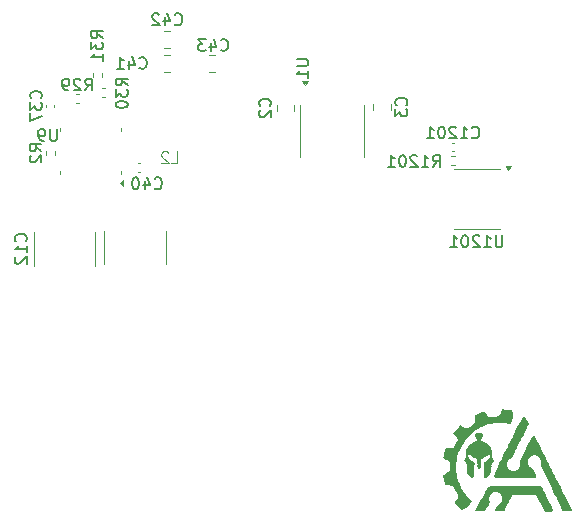
<source format=gbr>
%TF.GenerationSoftware,KiCad,Pcbnew,8.0.7*%
%TF.CreationDate,2025-01-22T21:35:01+01:00*%
%TF.ProjectId,Inverter_KiCAD,496e7665-7274-4657-925f-4b694341442e,rev?*%
%TF.SameCoordinates,Original*%
%TF.FileFunction,Legend,Bot*%
%TF.FilePolarity,Positive*%
%FSLAX46Y46*%
G04 Gerber Fmt 4.6, Leading zero omitted, Abs format (unit mm)*
G04 Created by KiCad (PCBNEW 8.0.7) date 2025-01-22 21:35:01*
%MOMM*%
%LPD*%
G01*
G04 APERTURE LIST*
%ADD10C,0.100000*%
%ADD11C,0.150000*%
%ADD12C,0.000000*%
%ADD13C,0.120000*%
G04 APERTURE END LIST*
D10*
X162266666Y-116257419D02*
X162742856Y-116257419D01*
X162742856Y-116257419D02*
X162742856Y-115257419D01*
X161980951Y-115352657D02*
X161933332Y-115305038D01*
X161933332Y-115305038D02*
X161838094Y-115257419D01*
X161838094Y-115257419D02*
X161599999Y-115257419D01*
X161599999Y-115257419D02*
X161504761Y-115305038D01*
X161504761Y-115305038D02*
X161457142Y-115352657D01*
X161457142Y-115352657D02*
X161409523Y-115447895D01*
X161409523Y-115447895D02*
X161409523Y-115543133D01*
X161409523Y-115543133D02*
X161457142Y-115685990D01*
X161457142Y-115685990D02*
X162028570Y-116257419D01*
X162028570Y-116257419D02*
X161409523Y-116257419D01*
D11*
X149909580Y-122857142D02*
X149957200Y-122809523D01*
X149957200Y-122809523D02*
X150004819Y-122666666D01*
X150004819Y-122666666D02*
X150004819Y-122571428D01*
X150004819Y-122571428D02*
X149957200Y-122428571D01*
X149957200Y-122428571D02*
X149861961Y-122333333D01*
X149861961Y-122333333D02*
X149766723Y-122285714D01*
X149766723Y-122285714D02*
X149576247Y-122238095D01*
X149576247Y-122238095D02*
X149433390Y-122238095D01*
X149433390Y-122238095D02*
X149242914Y-122285714D01*
X149242914Y-122285714D02*
X149147676Y-122333333D01*
X149147676Y-122333333D02*
X149052438Y-122428571D01*
X149052438Y-122428571D02*
X149004819Y-122571428D01*
X149004819Y-122571428D02*
X149004819Y-122666666D01*
X149004819Y-122666666D02*
X149052438Y-122809523D01*
X149052438Y-122809523D02*
X149100057Y-122857142D01*
X150004819Y-123809523D02*
X150004819Y-123238095D01*
X150004819Y-123523809D02*
X149004819Y-123523809D01*
X149004819Y-123523809D02*
X149147676Y-123428571D01*
X149147676Y-123428571D02*
X149242914Y-123333333D01*
X149242914Y-123333333D02*
X149290533Y-123238095D01*
X149100057Y-124190476D02*
X149052438Y-124238095D01*
X149052438Y-124238095D02*
X149004819Y-124333333D01*
X149004819Y-124333333D02*
X149004819Y-124571428D01*
X149004819Y-124571428D02*
X149052438Y-124666666D01*
X149052438Y-124666666D02*
X149100057Y-124714285D01*
X149100057Y-124714285D02*
X149195295Y-124761904D01*
X149195295Y-124761904D02*
X149290533Y-124761904D01*
X149290533Y-124761904D02*
X149433390Y-124714285D01*
X149433390Y-124714285D02*
X150004819Y-124142857D01*
X150004819Y-124142857D02*
X150004819Y-124761904D01*
X154942857Y-110084819D02*
X155276190Y-109608628D01*
X155514285Y-110084819D02*
X155514285Y-109084819D01*
X155514285Y-109084819D02*
X155133333Y-109084819D01*
X155133333Y-109084819D02*
X155038095Y-109132438D01*
X155038095Y-109132438D02*
X154990476Y-109180057D01*
X154990476Y-109180057D02*
X154942857Y-109275295D01*
X154942857Y-109275295D02*
X154942857Y-109418152D01*
X154942857Y-109418152D02*
X154990476Y-109513390D01*
X154990476Y-109513390D02*
X155038095Y-109561009D01*
X155038095Y-109561009D02*
X155133333Y-109608628D01*
X155133333Y-109608628D02*
X155514285Y-109608628D01*
X154561904Y-109180057D02*
X154514285Y-109132438D01*
X154514285Y-109132438D02*
X154419047Y-109084819D01*
X154419047Y-109084819D02*
X154180952Y-109084819D01*
X154180952Y-109084819D02*
X154085714Y-109132438D01*
X154085714Y-109132438D02*
X154038095Y-109180057D01*
X154038095Y-109180057D02*
X153990476Y-109275295D01*
X153990476Y-109275295D02*
X153990476Y-109370533D01*
X153990476Y-109370533D02*
X154038095Y-109513390D01*
X154038095Y-109513390D02*
X154609523Y-110084819D01*
X154609523Y-110084819D02*
X153990476Y-110084819D01*
X153514285Y-110084819D02*
X153323809Y-110084819D01*
X153323809Y-110084819D02*
X153228571Y-110037200D01*
X153228571Y-110037200D02*
X153180952Y-109989580D01*
X153180952Y-109989580D02*
X153085714Y-109846723D01*
X153085714Y-109846723D02*
X153038095Y-109656247D01*
X153038095Y-109656247D02*
X153038095Y-109275295D01*
X153038095Y-109275295D02*
X153085714Y-109180057D01*
X153085714Y-109180057D02*
X153133333Y-109132438D01*
X153133333Y-109132438D02*
X153228571Y-109084819D01*
X153228571Y-109084819D02*
X153419047Y-109084819D01*
X153419047Y-109084819D02*
X153514285Y-109132438D01*
X153514285Y-109132438D02*
X153561904Y-109180057D01*
X153561904Y-109180057D02*
X153609523Y-109275295D01*
X153609523Y-109275295D02*
X153609523Y-109513390D01*
X153609523Y-109513390D02*
X153561904Y-109608628D01*
X153561904Y-109608628D02*
X153514285Y-109656247D01*
X153514285Y-109656247D02*
X153419047Y-109703866D01*
X153419047Y-109703866D02*
X153228571Y-109703866D01*
X153228571Y-109703866D02*
X153133333Y-109656247D01*
X153133333Y-109656247D02*
X153085714Y-109608628D01*
X153085714Y-109608628D02*
X153038095Y-109513390D01*
X151254819Y-115233333D02*
X150778628Y-114900000D01*
X151254819Y-114661905D02*
X150254819Y-114661905D01*
X150254819Y-114661905D02*
X150254819Y-115042857D01*
X150254819Y-115042857D02*
X150302438Y-115138095D01*
X150302438Y-115138095D02*
X150350057Y-115185714D01*
X150350057Y-115185714D02*
X150445295Y-115233333D01*
X150445295Y-115233333D02*
X150588152Y-115233333D01*
X150588152Y-115233333D02*
X150683390Y-115185714D01*
X150683390Y-115185714D02*
X150731009Y-115138095D01*
X150731009Y-115138095D02*
X150778628Y-115042857D01*
X150778628Y-115042857D02*
X150778628Y-114661905D01*
X150350057Y-115614286D02*
X150302438Y-115661905D01*
X150302438Y-115661905D02*
X150254819Y-115757143D01*
X150254819Y-115757143D02*
X150254819Y-115995238D01*
X150254819Y-115995238D02*
X150302438Y-116090476D01*
X150302438Y-116090476D02*
X150350057Y-116138095D01*
X150350057Y-116138095D02*
X150445295Y-116185714D01*
X150445295Y-116185714D02*
X150540533Y-116185714D01*
X150540533Y-116185714D02*
X150683390Y-116138095D01*
X150683390Y-116138095D02*
X151254819Y-115566667D01*
X151254819Y-115566667D02*
X151254819Y-116185714D01*
X152561904Y-113354819D02*
X152561904Y-114164342D01*
X152561904Y-114164342D02*
X152514285Y-114259580D01*
X152514285Y-114259580D02*
X152466666Y-114307200D01*
X152466666Y-114307200D02*
X152371428Y-114354819D01*
X152371428Y-114354819D02*
X152180952Y-114354819D01*
X152180952Y-114354819D02*
X152085714Y-114307200D01*
X152085714Y-114307200D02*
X152038095Y-114259580D01*
X152038095Y-114259580D02*
X151990476Y-114164342D01*
X151990476Y-114164342D02*
X151990476Y-113354819D01*
X151466666Y-114354819D02*
X151276190Y-114354819D01*
X151276190Y-114354819D02*
X151180952Y-114307200D01*
X151180952Y-114307200D02*
X151133333Y-114259580D01*
X151133333Y-114259580D02*
X151038095Y-114116723D01*
X151038095Y-114116723D02*
X150990476Y-113926247D01*
X150990476Y-113926247D02*
X150990476Y-113545295D01*
X150990476Y-113545295D02*
X151038095Y-113450057D01*
X151038095Y-113450057D02*
X151085714Y-113402438D01*
X151085714Y-113402438D02*
X151180952Y-113354819D01*
X151180952Y-113354819D02*
X151371428Y-113354819D01*
X151371428Y-113354819D02*
X151466666Y-113402438D01*
X151466666Y-113402438D02*
X151514285Y-113450057D01*
X151514285Y-113450057D02*
X151561904Y-113545295D01*
X151561904Y-113545295D02*
X151561904Y-113783390D01*
X151561904Y-113783390D02*
X151514285Y-113878628D01*
X151514285Y-113878628D02*
X151466666Y-113926247D01*
X151466666Y-113926247D02*
X151371428Y-113973866D01*
X151371428Y-113973866D02*
X151180952Y-113973866D01*
X151180952Y-113973866D02*
X151085714Y-113926247D01*
X151085714Y-113926247D02*
X151038095Y-113878628D01*
X151038095Y-113878628D02*
X150990476Y-113783390D01*
X158554819Y-109657142D02*
X158078628Y-109323809D01*
X158554819Y-109085714D02*
X157554819Y-109085714D01*
X157554819Y-109085714D02*
X157554819Y-109466666D01*
X157554819Y-109466666D02*
X157602438Y-109561904D01*
X157602438Y-109561904D02*
X157650057Y-109609523D01*
X157650057Y-109609523D02*
X157745295Y-109657142D01*
X157745295Y-109657142D02*
X157888152Y-109657142D01*
X157888152Y-109657142D02*
X157983390Y-109609523D01*
X157983390Y-109609523D02*
X158031009Y-109561904D01*
X158031009Y-109561904D02*
X158078628Y-109466666D01*
X158078628Y-109466666D02*
X158078628Y-109085714D01*
X157554819Y-109990476D02*
X157554819Y-110609523D01*
X157554819Y-110609523D02*
X157935771Y-110276190D01*
X157935771Y-110276190D02*
X157935771Y-110419047D01*
X157935771Y-110419047D02*
X157983390Y-110514285D01*
X157983390Y-110514285D02*
X158031009Y-110561904D01*
X158031009Y-110561904D02*
X158126247Y-110609523D01*
X158126247Y-110609523D02*
X158364342Y-110609523D01*
X158364342Y-110609523D02*
X158459580Y-110561904D01*
X158459580Y-110561904D02*
X158507200Y-110514285D01*
X158507200Y-110514285D02*
X158554819Y-110419047D01*
X158554819Y-110419047D02*
X158554819Y-110133333D01*
X158554819Y-110133333D02*
X158507200Y-110038095D01*
X158507200Y-110038095D02*
X158459580Y-109990476D01*
X157554819Y-111228571D02*
X157554819Y-111323809D01*
X157554819Y-111323809D02*
X157602438Y-111419047D01*
X157602438Y-111419047D02*
X157650057Y-111466666D01*
X157650057Y-111466666D02*
X157745295Y-111514285D01*
X157745295Y-111514285D02*
X157935771Y-111561904D01*
X157935771Y-111561904D02*
X158173866Y-111561904D01*
X158173866Y-111561904D02*
X158364342Y-111514285D01*
X158364342Y-111514285D02*
X158459580Y-111466666D01*
X158459580Y-111466666D02*
X158507200Y-111419047D01*
X158507200Y-111419047D02*
X158554819Y-111323809D01*
X158554819Y-111323809D02*
X158554819Y-111228571D01*
X158554819Y-111228571D02*
X158507200Y-111133333D01*
X158507200Y-111133333D02*
X158459580Y-111085714D01*
X158459580Y-111085714D02*
X158364342Y-111038095D01*
X158364342Y-111038095D02*
X158173866Y-110990476D01*
X158173866Y-110990476D02*
X157935771Y-110990476D01*
X157935771Y-110990476D02*
X157745295Y-111038095D01*
X157745295Y-111038095D02*
X157650057Y-111085714D01*
X157650057Y-111085714D02*
X157602438Y-111133333D01*
X157602438Y-111133333D02*
X157554819Y-111228571D01*
X160842857Y-118359580D02*
X160890476Y-118407200D01*
X160890476Y-118407200D02*
X161033333Y-118454819D01*
X161033333Y-118454819D02*
X161128571Y-118454819D01*
X161128571Y-118454819D02*
X161271428Y-118407200D01*
X161271428Y-118407200D02*
X161366666Y-118311961D01*
X161366666Y-118311961D02*
X161414285Y-118216723D01*
X161414285Y-118216723D02*
X161461904Y-118026247D01*
X161461904Y-118026247D02*
X161461904Y-117883390D01*
X161461904Y-117883390D02*
X161414285Y-117692914D01*
X161414285Y-117692914D02*
X161366666Y-117597676D01*
X161366666Y-117597676D02*
X161271428Y-117502438D01*
X161271428Y-117502438D02*
X161128571Y-117454819D01*
X161128571Y-117454819D02*
X161033333Y-117454819D01*
X161033333Y-117454819D02*
X160890476Y-117502438D01*
X160890476Y-117502438D02*
X160842857Y-117550057D01*
X159985714Y-117788152D02*
X159985714Y-118454819D01*
X160223809Y-117407200D02*
X160461904Y-118121485D01*
X160461904Y-118121485D02*
X159842857Y-118121485D01*
X159271428Y-117454819D02*
X159176190Y-117454819D01*
X159176190Y-117454819D02*
X159080952Y-117502438D01*
X159080952Y-117502438D02*
X159033333Y-117550057D01*
X159033333Y-117550057D02*
X158985714Y-117645295D01*
X158985714Y-117645295D02*
X158938095Y-117835771D01*
X158938095Y-117835771D02*
X158938095Y-118073866D01*
X158938095Y-118073866D02*
X158985714Y-118264342D01*
X158985714Y-118264342D02*
X159033333Y-118359580D01*
X159033333Y-118359580D02*
X159080952Y-118407200D01*
X159080952Y-118407200D02*
X159176190Y-118454819D01*
X159176190Y-118454819D02*
X159271428Y-118454819D01*
X159271428Y-118454819D02*
X159366666Y-118407200D01*
X159366666Y-118407200D02*
X159414285Y-118359580D01*
X159414285Y-118359580D02*
X159461904Y-118264342D01*
X159461904Y-118264342D02*
X159509523Y-118073866D01*
X159509523Y-118073866D02*
X159509523Y-117835771D01*
X159509523Y-117835771D02*
X159461904Y-117645295D01*
X159461904Y-117645295D02*
X159414285Y-117550057D01*
X159414285Y-117550057D02*
X159366666Y-117502438D01*
X159366666Y-117502438D02*
X159271428Y-117454819D01*
X166442857Y-106659580D02*
X166490476Y-106707200D01*
X166490476Y-106707200D02*
X166633333Y-106754819D01*
X166633333Y-106754819D02*
X166728571Y-106754819D01*
X166728571Y-106754819D02*
X166871428Y-106707200D01*
X166871428Y-106707200D02*
X166966666Y-106611961D01*
X166966666Y-106611961D02*
X167014285Y-106516723D01*
X167014285Y-106516723D02*
X167061904Y-106326247D01*
X167061904Y-106326247D02*
X167061904Y-106183390D01*
X167061904Y-106183390D02*
X167014285Y-105992914D01*
X167014285Y-105992914D02*
X166966666Y-105897676D01*
X166966666Y-105897676D02*
X166871428Y-105802438D01*
X166871428Y-105802438D02*
X166728571Y-105754819D01*
X166728571Y-105754819D02*
X166633333Y-105754819D01*
X166633333Y-105754819D02*
X166490476Y-105802438D01*
X166490476Y-105802438D02*
X166442857Y-105850057D01*
X165585714Y-106088152D02*
X165585714Y-106754819D01*
X165823809Y-105707200D02*
X166061904Y-106421485D01*
X166061904Y-106421485D02*
X165442857Y-106421485D01*
X165157142Y-105754819D02*
X164538095Y-105754819D01*
X164538095Y-105754819D02*
X164871428Y-106135771D01*
X164871428Y-106135771D02*
X164728571Y-106135771D01*
X164728571Y-106135771D02*
X164633333Y-106183390D01*
X164633333Y-106183390D02*
X164585714Y-106231009D01*
X164585714Y-106231009D02*
X164538095Y-106326247D01*
X164538095Y-106326247D02*
X164538095Y-106564342D01*
X164538095Y-106564342D02*
X164585714Y-106659580D01*
X164585714Y-106659580D02*
X164633333Y-106707200D01*
X164633333Y-106707200D02*
X164728571Y-106754819D01*
X164728571Y-106754819D02*
X165014285Y-106754819D01*
X165014285Y-106754819D02*
X165109523Y-106707200D01*
X165109523Y-106707200D02*
X165157142Y-106659580D01*
X156454819Y-105657142D02*
X155978628Y-105323809D01*
X156454819Y-105085714D02*
X155454819Y-105085714D01*
X155454819Y-105085714D02*
X155454819Y-105466666D01*
X155454819Y-105466666D02*
X155502438Y-105561904D01*
X155502438Y-105561904D02*
X155550057Y-105609523D01*
X155550057Y-105609523D02*
X155645295Y-105657142D01*
X155645295Y-105657142D02*
X155788152Y-105657142D01*
X155788152Y-105657142D02*
X155883390Y-105609523D01*
X155883390Y-105609523D02*
X155931009Y-105561904D01*
X155931009Y-105561904D02*
X155978628Y-105466666D01*
X155978628Y-105466666D02*
X155978628Y-105085714D01*
X155454819Y-105990476D02*
X155454819Y-106609523D01*
X155454819Y-106609523D02*
X155835771Y-106276190D01*
X155835771Y-106276190D02*
X155835771Y-106419047D01*
X155835771Y-106419047D02*
X155883390Y-106514285D01*
X155883390Y-106514285D02*
X155931009Y-106561904D01*
X155931009Y-106561904D02*
X156026247Y-106609523D01*
X156026247Y-106609523D02*
X156264342Y-106609523D01*
X156264342Y-106609523D02*
X156359580Y-106561904D01*
X156359580Y-106561904D02*
X156407200Y-106514285D01*
X156407200Y-106514285D02*
X156454819Y-106419047D01*
X156454819Y-106419047D02*
X156454819Y-106133333D01*
X156454819Y-106133333D02*
X156407200Y-106038095D01*
X156407200Y-106038095D02*
X156359580Y-105990476D01*
X156454819Y-107561904D02*
X156454819Y-106990476D01*
X156454819Y-107276190D02*
X155454819Y-107276190D01*
X155454819Y-107276190D02*
X155597676Y-107180952D01*
X155597676Y-107180952D02*
X155692914Y-107085714D01*
X155692914Y-107085714D02*
X155740533Y-106990476D01*
X151199580Y-110757142D02*
X151247200Y-110709523D01*
X151247200Y-110709523D02*
X151294819Y-110566666D01*
X151294819Y-110566666D02*
X151294819Y-110471428D01*
X151294819Y-110471428D02*
X151247200Y-110328571D01*
X151247200Y-110328571D02*
X151151961Y-110233333D01*
X151151961Y-110233333D02*
X151056723Y-110185714D01*
X151056723Y-110185714D02*
X150866247Y-110138095D01*
X150866247Y-110138095D02*
X150723390Y-110138095D01*
X150723390Y-110138095D02*
X150532914Y-110185714D01*
X150532914Y-110185714D02*
X150437676Y-110233333D01*
X150437676Y-110233333D02*
X150342438Y-110328571D01*
X150342438Y-110328571D02*
X150294819Y-110471428D01*
X150294819Y-110471428D02*
X150294819Y-110566666D01*
X150294819Y-110566666D02*
X150342438Y-110709523D01*
X150342438Y-110709523D02*
X150390057Y-110757142D01*
X150294819Y-111090476D02*
X150294819Y-111709523D01*
X150294819Y-111709523D02*
X150675771Y-111376190D01*
X150675771Y-111376190D02*
X150675771Y-111519047D01*
X150675771Y-111519047D02*
X150723390Y-111614285D01*
X150723390Y-111614285D02*
X150771009Y-111661904D01*
X150771009Y-111661904D02*
X150866247Y-111709523D01*
X150866247Y-111709523D02*
X151104342Y-111709523D01*
X151104342Y-111709523D02*
X151199580Y-111661904D01*
X151199580Y-111661904D02*
X151247200Y-111614285D01*
X151247200Y-111614285D02*
X151294819Y-111519047D01*
X151294819Y-111519047D02*
X151294819Y-111233333D01*
X151294819Y-111233333D02*
X151247200Y-111138095D01*
X151247200Y-111138095D02*
X151199580Y-111090476D01*
X150294819Y-112042857D02*
X150294819Y-112709523D01*
X150294819Y-112709523D02*
X151294819Y-112280952D01*
X162542857Y-104479580D02*
X162590476Y-104527200D01*
X162590476Y-104527200D02*
X162733333Y-104574819D01*
X162733333Y-104574819D02*
X162828571Y-104574819D01*
X162828571Y-104574819D02*
X162971428Y-104527200D01*
X162971428Y-104527200D02*
X163066666Y-104431961D01*
X163066666Y-104431961D02*
X163114285Y-104336723D01*
X163114285Y-104336723D02*
X163161904Y-104146247D01*
X163161904Y-104146247D02*
X163161904Y-104003390D01*
X163161904Y-104003390D02*
X163114285Y-103812914D01*
X163114285Y-103812914D02*
X163066666Y-103717676D01*
X163066666Y-103717676D02*
X162971428Y-103622438D01*
X162971428Y-103622438D02*
X162828571Y-103574819D01*
X162828571Y-103574819D02*
X162733333Y-103574819D01*
X162733333Y-103574819D02*
X162590476Y-103622438D01*
X162590476Y-103622438D02*
X162542857Y-103670057D01*
X161685714Y-103908152D02*
X161685714Y-104574819D01*
X161923809Y-103527200D02*
X162161904Y-104241485D01*
X162161904Y-104241485D02*
X161542857Y-104241485D01*
X161209523Y-103670057D02*
X161161904Y-103622438D01*
X161161904Y-103622438D02*
X161066666Y-103574819D01*
X161066666Y-103574819D02*
X160828571Y-103574819D01*
X160828571Y-103574819D02*
X160733333Y-103622438D01*
X160733333Y-103622438D02*
X160685714Y-103670057D01*
X160685714Y-103670057D02*
X160638095Y-103765295D01*
X160638095Y-103765295D02*
X160638095Y-103860533D01*
X160638095Y-103860533D02*
X160685714Y-104003390D01*
X160685714Y-104003390D02*
X161257142Y-104574819D01*
X161257142Y-104574819D02*
X160638095Y-104574819D01*
X159542857Y-108159580D02*
X159590476Y-108207200D01*
X159590476Y-108207200D02*
X159733333Y-108254819D01*
X159733333Y-108254819D02*
X159828571Y-108254819D01*
X159828571Y-108254819D02*
X159971428Y-108207200D01*
X159971428Y-108207200D02*
X160066666Y-108111961D01*
X160066666Y-108111961D02*
X160114285Y-108016723D01*
X160114285Y-108016723D02*
X160161904Y-107826247D01*
X160161904Y-107826247D02*
X160161904Y-107683390D01*
X160161904Y-107683390D02*
X160114285Y-107492914D01*
X160114285Y-107492914D02*
X160066666Y-107397676D01*
X160066666Y-107397676D02*
X159971428Y-107302438D01*
X159971428Y-107302438D02*
X159828571Y-107254819D01*
X159828571Y-107254819D02*
X159733333Y-107254819D01*
X159733333Y-107254819D02*
X159590476Y-107302438D01*
X159590476Y-107302438D02*
X159542857Y-107350057D01*
X158685714Y-107588152D02*
X158685714Y-108254819D01*
X158923809Y-107207200D02*
X159161904Y-107921485D01*
X159161904Y-107921485D02*
X158542857Y-107921485D01*
X157638095Y-108254819D02*
X158209523Y-108254819D01*
X157923809Y-108254819D02*
X157923809Y-107254819D01*
X157923809Y-107254819D02*
X158019047Y-107397676D01*
X158019047Y-107397676D02*
X158114285Y-107492914D01*
X158114285Y-107492914D02*
X158209523Y-107540533D01*
X184392294Y-116551875D02*
X184725627Y-116075684D01*
X184963722Y-116551875D02*
X184963722Y-115551875D01*
X184963722Y-115551875D02*
X184582770Y-115551875D01*
X184582770Y-115551875D02*
X184487532Y-115599494D01*
X184487532Y-115599494D02*
X184439913Y-115647113D01*
X184439913Y-115647113D02*
X184392294Y-115742351D01*
X184392294Y-115742351D02*
X184392294Y-115885208D01*
X184392294Y-115885208D02*
X184439913Y-115980446D01*
X184439913Y-115980446D02*
X184487532Y-116028065D01*
X184487532Y-116028065D02*
X184582770Y-116075684D01*
X184582770Y-116075684D02*
X184963722Y-116075684D01*
X183439913Y-116551875D02*
X184011341Y-116551875D01*
X183725627Y-116551875D02*
X183725627Y-115551875D01*
X183725627Y-115551875D02*
X183820865Y-115694732D01*
X183820865Y-115694732D02*
X183916103Y-115789970D01*
X183916103Y-115789970D02*
X184011341Y-115837589D01*
X183058960Y-115647113D02*
X183011341Y-115599494D01*
X183011341Y-115599494D02*
X182916103Y-115551875D01*
X182916103Y-115551875D02*
X182678008Y-115551875D01*
X182678008Y-115551875D02*
X182582770Y-115599494D01*
X182582770Y-115599494D02*
X182535151Y-115647113D01*
X182535151Y-115647113D02*
X182487532Y-115742351D01*
X182487532Y-115742351D02*
X182487532Y-115837589D01*
X182487532Y-115837589D02*
X182535151Y-115980446D01*
X182535151Y-115980446D02*
X183106579Y-116551875D01*
X183106579Y-116551875D02*
X182487532Y-116551875D01*
X181868484Y-115551875D02*
X181773246Y-115551875D01*
X181773246Y-115551875D02*
X181678008Y-115599494D01*
X181678008Y-115599494D02*
X181630389Y-115647113D01*
X181630389Y-115647113D02*
X181582770Y-115742351D01*
X181582770Y-115742351D02*
X181535151Y-115932827D01*
X181535151Y-115932827D02*
X181535151Y-116170922D01*
X181535151Y-116170922D02*
X181582770Y-116361398D01*
X181582770Y-116361398D02*
X181630389Y-116456636D01*
X181630389Y-116456636D02*
X181678008Y-116504256D01*
X181678008Y-116504256D02*
X181773246Y-116551875D01*
X181773246Y-116551875D02*
X181868484Y-116551875D01*
X181868484Y-116551875D02*
X181963722Y-116504256D01*
X181963722Y-116504256D02*
X182011341Y-116456636D01*
X182011341Y-116456636D02*
X182058960Y-116361398D01*
X182058960Y-116361398D02*
X182106579Y-116170922D01*
X182106579Y-116170922D02*
X182106579Y-115932827D01*
X182106579Y-115932827D02*
X182058960Y-115742351D01*
X182058960Y-115742351D02*
X182011341Y-115647113D01*
X182011341Y-115647113D02*
X181963722Y-115599494D01*
X181963722Y-115599494D02*
X181868484Y-115551875D01*
X180582770Y-116551875D02*
X181154198Y-116551875D01*
X180868484Y-116551875D02*
X180868484Y-115551875D01*
X180868484Y-115551875D02*
X180963722Y-115694732D01*
X180963722Y-115694732D02*
X181058960Y-115789970D01*
X181058960Y-115789970D02*
X181154198Y-115837589D01*
X190290475Y-122354819D02*
X190290475Y-123164342D01*
X190290475Y-123164342D02*
X190242856Y-123259580D01*
X190242856Y-123259580D02*
X190195237Y-123307200D01*
X190195237Y-123307200D02*
X190099999Y-123354819D01*
X190099999Y-123354819D02*
X189909523Y-123354819D01*
X189909523Y-123354819D02*
X189814285Y-123307200D01*
X189814285Y-123307200D02*
X189766666Y-123259580D01*
X189766666Y-123259580D02*
X189719047Y-123164342D01*
X189719047Y-123164342D02*
X189719047Y-122354819D01*
X188719047Y-123354819D02*
X189290475Y-123354819D01*
X189004761Y-123354819D02*
X189004761Y-122354819D01*
X189004761Y-122354819D02*
X189099999Y-122497676D01*
X189099999Y-122497676D02*
X189195237Y-122592914D01*
X189195237Y-122592914D02*
X189290475Y-122640533D01*
X188338094Y-122450057D02*
X188290475Y-122402438D01*
X188290475Y-122402438D02*
X188195237Y-122354819D01*
X188195237Y-122354819D02*
X187957142Y-122354819D01*
X187957142Y-122354819D02*
X187861904Y-122402438D01*
X187861904Y-122402438D02*
X187814285Y-122450057D01*
X187814285Y-122450057D02*
X187766666Y-122545295D01*
X187766666Y-122545295D02*
X187766666Y-122640533D01*
X187766666Y-122640533D02*
X187814285Y-122783390D01*
X187814285Y-122783390D02*
X188385713Y-123354819D01*
X188385713Y-123354819D02*
X187766666Y-123354819D01*
X187147618Y-122354819D02*
X187052380Y-122354819D01*
X187052380Y-122354819D02*
X186957142Y-122402438D01*
X186957142Y-122402438D02*
X186909523Y-122450057D01*
X186909523Y-122450057D02*
X186861904Y-122545295D01*
X186861904Y-122545295D02*
X186814285Y-122735771D01*
X186814285Y-122735771D02*
X186814285Y-122973866D01*
X186814285Y-122973866D02*
X186861904Y-123164342D01*
X186861904Y-123164342D02*
X186909523Y-123259580D01*
X186909523Y-123259580D02*
X186957142Y-123307200D01*
X186957142Y-123307200D02*
X187052380Y-123354819D01*
X187052380Y-123354819D02*
X187147618Y-123354819D01*
X187147618Y-123354819D02*
X187242856Y-123307200D01*
X187242856Y-123307200D02*
X187290475Y-123259580D01*
X187290475Y-123259580D02*
X187338094Y-123164342D01*
X187338094Y-123164342D02*
X187385713Y-122973866D01*
X187385713Y-122973866D02*
X187385713Y-122735771D01*
X187385713Y-122735771D02*
X187338094Y-122545295D01*
X187338094Y-122545295D02*
X187290475Y-122450057D01*
X187290475Y-122450057D02*
X187242856Y-122402438D01*
X187242856Y-122402438D02*
X187147618Y-122354819D01*
X185861904Y-123354819D02*
X186433332Y-123354819D01*
X186147618Y-123354819D02*
X186147618Y-122354819D01*
X186147618Y-122354819D02*
X186242856Y-122497676D01*
X186242856Y-122497676D02*
X186338094Y-122592914D01*
X186338094Y-122592914D02*
X186433332Y-122640533D01*
X187692294Y-114056636D02*
X187739913Y-114104256D01*
X187739913Y-114104256D02*
X187882770Y-114151875D01*
X187882770Y-114151875D02*
X187978008Y-114151875D01*
X187978008Y-114151875D02*
X188120865Y-114104256D01*
X188120865Y-114104256D02*
X188216103Y-114009017D01*
X188216103Y-114009017D02*
X188263722Y-113913779D01*
X188263722Y-113913779D02*
X188311341Y-113723303D01*
X188311341Y-113723303D02*
X188311341Y-113580446D01*
X188311341Y-113580446D02*
X188263722Y-113389970D01*
X188263722Y-113389970D02*
X188216103Y-113294732D01*
X188216103Y-113294732D02*
X188120865Y-113199494D01*
X188120865Y-113199494D02*
X187978008Y-113151875D01*
X187978008Y-113151875D02*
X187882770Y-113151875D01*
X187882770Y-113151875D02*
X187739913Y-113199494D01*
X187739913Y-113199494D02*
X187692294Y-113247113D01*
X186739913Y-114151875D02*
X187311341Y-114151875D01*
X187025627Y-114151875D02*
X187025627Y-113151875D01*
X187025627Y-113151875D02*
X187120865Y-113294732D01*
X187120865Y-113294732D02*
X187216103Y-113389970D01*
X187216103Y-113389970D02*
X187311341Y-113437589D01*
X186358960Y-113247113D02*
X186311341Y-113199494D01*
X186311341Y-113199494D02*
X186216103Y-113151875D01*
X186216103Y-113151875D02*
X185978008Y-113151875D01*
X185978008Y-113151875D02*
X185882770Y-113199494D01*
X185882770Y-113199494D02*
X185835151Y-113247113D01*
X185835151Y-113247113D02*
X185787532Y-113342351D01*
X185787532Y-113342351D02*
X185787532Y-113437589D01*
X185787532Y-113437589D02*
X185835151Y-113580446D01*
X185835151Y-113580446D02*
X186406579Y-114151875D01*
X186406579Y-114151875D02*
X185787532Y-114151875D01*
X185168484Y-113151875D02*
X185073246Y-113151875D01*
X185073246Y-113151875D02*
X184978008Y-113199494D01*
X184978008Y-113199494D02*
X184930389Y-113247113D01*
X184930389Y-113247113D02*
X184882770Y-113342351D01*
X184882770Y-113342351D02*
X184835151Y-113532827D01*
X184835151Y-113532827D02*
X184835151Y-113770922D01*
X184835151Y-113770922D02*
X184882770Y-113961398D01*
X184882770Y-113961398D02*
X184930389Y-114056636D01*
X184930389Y-114056636D02*
X184978008Y-114104256D01*
X184978008Y-114104256D02*
X185073246Y-114151875D01*
X185073246Y-114151875D02*
X185168484Y-114151875D01*
X185168484Y-114151875D02*
X185263722Y-114104256D01*
X185263722Y-114104256D02*
X185311341Y-114056636D01*
X185311341Y-114056636D02*
X185358960Y-113961398D01*
X185358960Y-113961398D02*
X185406579Y-113770922D01*
X185406579Y-113770922D02*
X185406579Y-113532827D01*
X185406579Y-113532827D02*
X185358960Y-113342351D01*
X185358960Y-113342351D02*
X185311341Y-113247113D01*
X185311341Y-113247113D02*
X185263722Y-113199494D01*
X185263722Y-113199494D02*
X185168484Y-113151875D01*
X183882770Y-114151875D02*
X184454198Y-114151875D01*
X184168484Y-114151875D02*
X184168484Y-113151875D01*
X184168484Y-113151875D02*
X184263722Y-113294732D01*
X184263722Y-113294732D02*
X184358960Y-113389970D01*
X184358960Y-113389970D02*
X184454198Y-113437589D01*
X182136636Y-111330389D02*
X182184256Y-111282770D01*
X182184256Y-111282770D02*
X182231875Y-111139913D01*
X182231875Y-111139913D02*
X182231875Y-111044675D01*
X182231875Y-111044675D02*
X182184256Y-110901818D01*
X182184256Y-110901818D02*
X182089017Y-110806580D01*
X182089017Y-110806580D02*
X181993779Y-110758961D01*
X181993779Y-110758961D02*
X181803303Y-110711342D01*
X181803303Y-110711342D02*
X181660446Y-110711342D01*
X181660446Y-110711342D02*
X181469970Y-110758961D01*
X181469970Y-110758961D02*
X181374732Y-110806580D01*
X181374732Y-110806580D02*
X181279494Y-110901818D01*
X181279494Y-110901818D02*
X181231875Y-111044675D01*
X181231875Y-111044675D02*
X181231875Y-111139913D01*
X181231875Y-111139913D02*
X181279494Y-111282770D01*
X181279494Y-111282770D02*
X181327113Y-111330389D01*
X181231875Y-111663723D02*
X181231875Y-112282770D01*
X181231875Y-112282770D02*
X181612827Y-111949437D01*
X181612827Y-111949437D02*
X181612827Y-112092294D01*
X181612827Y-112092294D02*
X181660446Y-112187532D01*
X181660446Y-112187532D02*
X181708065Y-112235151D01*
X181708065Y-112235151D02*
X181803303Y-112282770D01*
X181803303Y-112282770D02*
X182041398Y-112282770D01*
X182041398Y-112282770D02*
X182136636Y-112235151D01*
X182136636Y-112235151D02*
X182184256Y-112187532D01*
X182184256Y-112187532D02*
X182231875Y-112092294D01*
X182231875Y-112092294D02*
X182231875Y-111806580D01*
X182231875Y-111806580D02*
X182184256Y-111711342D01*
X182184256Y-111711342D02*
X182136636Y-111663723D01*
X172851875Y-107435151D02*
X173661398Y-107435151D01*
X173661398Y-107435151D02*
X173756636Y-107482770D01*
X173756636Y-107482770D02*
X173804256Y-107530389D01*
X173804256Y-107530389D02*
X173851875Y-107625627D01*
X173851875Y-107625627D02*
X173851875Y-107816103D01*
X173851875Y-107816103D02*
X173804256Y-107911341D01*
X173804256Y-107911341D02*
X173756636Y-107958960D01*
X173756636Y-107958960D02*
X173661398Y-108006579D01*
X173661398Y-108006579D02*
X172851875Y-108006579D01*
X173851875Y-109006579D02*
X173851875Y-108435151D01*
X173851875Y-108720865D02*
X172851875Y-108720865D01*
X172851875Y-108720865D02*
X172994732Y-108625627D01*
X172994732Y-108625627D02*
X173089970Y-108530389D01*
X173089970Y-108530389D02*
X173137589Y-108435151D01*
X170576636Y-111392889D02*
X170624256Y-111345270D01*
X170624256Y-111345270D02*
X170671875Y-111202413D01*
X170671875Y-111202413D02*
X170671875Y-111107175D01*
X170671875Y-111107175D02*
X170624256Y-110964318D01*
X170624256Y-110964318D02*
X170529017Y-110869080D01*
X170529017Y-110869080D02*
X170433779Y-110821461D01*
X170433779Y-110821461D02*
X170243303Y-110773842D01*
X170243303Y-110773842D02*
X170100446Y-110773842D01*
X170100446Y-110773842D02*
X169909970Y-110821461D01*
X169909970Y-110821461D02*
X169814732Y-110869080D01*
X169814732Y-110869080D02*
X169719494Y-110964318D01*
X169719494Y-110964318D02*
X169671875Y-111107175D01*
X169671875Y-111107175D02*
X169671875Y-111202413D01*
X169671875Y-111202413D02*
X169719494Y-111345270D01*
X169719494Y-111345270D02*
X169767113Y-111392889D01*
X169767113Y-111773842D02*
X169719494Y-111821461D01*
X169719494Y-111821461D02*
X169671875Y-111916699D01*
X169671875Y-111916699D02*
X169671875Y-112154794D01*
X169671875Y-112154794D02*
X169719494Y-112250032D01*
X169719494Y-112250032D02*
X169767113Y-112297651D01*
X169767113Y-112297651D02*
X169862351Y-112345270D01*
X169862351Y-112345270D02*
X169957589Y-112345270D01*
X169957589Y-112345270D02*
X170100446Y-112297651D01*
X170100446Y-112297651D02*
X170671875Y-111726223D01*
X170671875Y-111726223D02*
X170671875Y-112345270D01*
D12*
%TO.C,G\u002A\u002A\u002A1*%
G36*
X190405529Y-143592438D02*
G01*
X190619485Y-143592679D01*
X190858775Y-143593038D01*
X191124908Y-143593495D01*
X191419395Y-143594036D01*
X191609112Y-143594390D01*
X191885218Y-143594919D01*
X192133864Y-143595433D01*
X192356521Y-143595954D01*
X192554662Y-143596506D01*
X192729760Y-143597113D01*
X192883286Y-143597798D01*
X193016713Y-143598584D01*
X193131513Y-143599496D01*
X193229157Y-143600557D01*
X193311119Y-143601790D01*
X193378870Y-143603219D01*
X193433883Y-143604867D01*
X193477629Y-143606758D01*
X193511581Y-143608916D01*
X193537211Y-143611364D01*
X193555991Y-143614125D01*
X193569394Y-143617224D01*
X193578891Y-143620683D01*
X193585955Y-143624526D01*
X193592058Y-143628777D01*
X193592963Y-143629446D01*
X193628866Y-143665875D01*
X193656614Y-143709898D01*
X193665341Y-143728229D01*
X193686670Y-143771930D01*
X193719208Y-143838107D01*
X193761850Y-143924529D01*
X193813493Y-144028963D01*
X193873030Y-144149180D01*
X193939359Y-144282946D01*
X194011375Y-144428030D01*
X194087973Y-144582202D01*
X194168048Y-144743229D01*
X194244049Y-144896084D01*
X194319637Y-145048290D01*
X194390228Y-145190623D01*
X194454783Y-145320975D01*
X194512262Y-145437241D01*
X194561623Y-145537311D01*
X194601827Y-145619080D01*
X194631832Y-145680441D01*
X194650598Y-145719286D01*
X194657084Y-145733508D01*
X194657083Y-145733529D01*
X194642504Y-145735457D01*
X194601965Y-145737192D01*
X194539332Y-145738665D01*
X194458468Y-145739804D01*
X194363238Y-145740539D01*
X194257507Y-145740800D01*
X193857930Y-145740800D01*
X193529553Y-145081131D01*
X193523946Y-145069872D01*
X193457965Y-144938161D01*
X193394836Y-144813513D01*
X193336035Y-144698747D01*
X193283037Y-144596683D01*
X193237316Y-144510141D01*
X193200347Y-144441940D01*
X193173605Y-144394900D01*
X193158565Y-144371842D01*
X193115954Y-144322222D01*
X192149104Y-144322222D01*
X191182253Y-144322222D01*
X191131515Y-144356038D01*
X191118599Y-144366459D01*
X191101802Y-144385124D01*
X191081596Y-144413282D01*
X191056574Y-144453400D01*
X191025328Y-144507946D01*
X190986453Y-144579386D01*
X190938539Y-144670187D01*
X190880182Y-144782814D01*
X190809973Y-144919736D01*
X190801863Y-144935602D01*
X190739355Y-145057751D01*
X190678587Y-145176262D01*
X190621529Y-145287308D01*
X190570154Y-145387060D01*
X190526431Y-145471691D01*
X190492333Y-145537372D01*
X190469830Y-145580276D01*
X190400491Y-145710935D01*
X190012679Y-145710935D01*
X189916451Y-145710781D01*
X189821942Y-145710295D01*
X189741606Y-145709526D01*
X189679367Y-145708524D01*
X189639146Y-145707338D01*
X189624868Y-145706018D01*
X189626396Y-145701592D01*
X189637348Y-145674738D01*
X189657119Y-145627855D01*
X189683653Y-145565797D01*
X189714894Y-145493419D01*
X189715172Y-145492778D01*
X189759976Y-145393532D01*
X189799897Y-145316617D01*
X189839421Y-145256050D01*
X189883035Y-145205846D01*
X189935227Y-145160023D01*
X190000483Y-145112598D01*
X190077715Y-145052215D01*
X190155601Y-144965809D01*
X190218403Y-144859788D01*
X190225793Y-144844260D01*
X190242757Y-144802041D01*
X190252741Y-144759805D01*
X190257542Y-144707616D01*
X190258958Y-144635540D01*
X190258737Y-144581909D01*
X190255950Y-144527628D01*
X190248413Y-144485203D01*
X190234059Y-144444278D01*
X190210820Y-144394496D01*
X190192480Y-144359867D01*
X190128537Y-144270768D01*
X190046282Y-144198407D01*
X189940290Y-144137631D01*
X189920074Y-144128212D01*
X189871620Y-144108395D01*
X189827559Y-144097076D01*
X189776486Y-144091965D01*
X189706996Y-144090770D01*
X189653249Y-144092158D01*
X189565840Y-144103866D01*
X189490256Y-144130553D01*
X189417657Y-144175893D01*
X189339201Y-144243557D01*
X189268430Y-144324302D01*
X189206589Y-144434267D01*
X189171200Y-144555268D01*
X189163045Y-144684421D01*
X189182907Y-144818845D01*
X189191568Y-144857193D01*
X189197206Y-144898485D01*
X189196996Y-144939805D01*
X189189811Y-144984938D01*
X189174525Y-145037668D01*
X189150011Y-145101780D01*
X189115142Y-145181057D01*
X189068792Y-145279285D01*
X189009835Y-145400248D01*
X188843340Y-145739119D01*
X188610677Y-145730777D01*
X188596294Y-145730257D01*
X188492973Y-145726295D01*
X188382414Y-145721742D01*
X188276981Y-145717120D01*
X188189033Y-145712952D01*
X188000054Y-145703469D01*
X188499774Y-144717931D01*
X188502080Y-144713384D01*
X188605028Y-144510797D01*
X188695473Y-144333765D01*
X188774067Y-144181065D01*
X188841461Y-144051474D01*
X188898307Y-143943769D01*
X188945256Y-143856727D01*
X188982962Y-143789124D01*
X189012075Y-143739736D01*
X189033248Y-143707341D01*
X189047132Y-143690716D01*
X189079066Y-143668759D01*
X189133152Y-143641535D01*
X189191829Y-143619554D01*
X189195022Y-143618590D01*
X189209069Y-143614609D01*
X189224281Y-143611020D01*
X189242170Y-143607809D01*
X189264246Y-143604956D01*
X189292018Y-143602445D01*
X189326999Y-143600259D01*
X189370697Y-143598380D01*
X189424625Y-143596791D01*
X189490291Y-143595474D01*
X189569207Y-143594413D01*
X189662883Y-143593590D01*
X189772829Y-143592987D01*
X189900557Y-143592588D01*
X190047576Y-143592375D01*
X190215396Y-143592331D01*
X190405529Y-143592438D01*
G37*
G36*
X188384628Y-139082220D02*
G01*
X188393905Y-139084252D01*
X188456913Y-139103073D01*
X188522281Y-139129634D01*
X188583847Y-139160569D01*
X188635451Y-139192509D01*
X188670931Y-139222086D01*
X188684127Y-139245934D01*
X188679257Y-139258790D01*
X188660866Y-139290404D01*
X188633479Y-139331035D01*
X188626869Y-139340469D01*
X188577318Y-139419932D01*
X188526531Y-139514116D01*
X188480742Y-139610814D01*
X188446182Y-139697818D01*
X188418021Y-139779668D01*
X188502544Y-139789501D01*
X188603040Y-139807531D01*
X188751782Y-139855139D01*
X188898169Y-139925016D01*
X189035127Y-140013609D01*
X189155580Y-140117369D01*
X189188380Y-140151205D01*
X189231812Y-140201342D01*
X189269232Y-140254007D01*
X189306371Y-140317586D01*
X189348959Y-140400471D01*
X189436730Y-140577662D01*
X189438121Y-140870841D01*
X189439512Y-141164021D01*
X189495564Y-141309829D01*
X189551617Y-141455637D01*
X189492186Y-141526349D01*
X189463494Y-141562647D01*
X189419083Y-141624524D01*
X189380461Y-141684161D01*
X189328166Y-141771261D01*
X189355337Y-141815941D01*
X189373175Y-141857638D01*
X189370276Y-141900563D01*
X189369606Y-141902802D01*
X189358651Y-141951534D01*
X189347017Y-142022565D01*
X189335642Y-142108839D01*
X189325462Y-142203297D01*
X189317414Y-142298883D01*
X189309137Y-142375013D01*
X189295710Y-142446640D01*
X189279441Y-142499240D01*
X189268416Y-142518794D01*
X189237115Y-142561649D01*
X189192396Y-142615889D01*
X189138871Y-142676583D01*
X189081154Y-142738796D01*
X189023860Y-142797598D01*
X188971601Y-142848055D01*
X188928992Y-142885235D01*
X188900647Y-142904206D01*
X188880793Y-142911438D01*
X188854130Y-142917631D01*
X188830332Y-142911132D01*
X188795866Y-142884586D01*
X188764546Y-142845437D01*
X188744436Y-142802172D01*
X188740132Y-142779206D01*
X188733901Y-142723325D01*
X188727321Y-142640613D01*
X188720492Y-142532813D01*
X188713511Y-142401669D01*
X188706477Y-142248927D01*
X188699489Y-142076331D01*
X188692646Y-141885626D01*
X188684727Y-141651557D01*
X188767242Y-141579512D01*
X188777400Y-141570633D01*
X188870639Y-141488283D01*
X188957290Y-141410266D01*
X189034677Y-141339104D01*
X189100123Y-141277321D01*
X189150952Y-141227439D01*
X189184488Y-141191980D01*
X189198053Y-141173468D01*
X189199090Y-141169139D01*
X189204007Y-141136956D01*
X189209780Y-141086247D01*
X189215364Y-141025897D01*
X189216695Y-141009426D01*
X189220126Y-140954287D01*
X189219276Y-140921875D01*
X189213549Y-140906558D01*
X189202352Y-140902704D01*
X189196318Y-140904180D01*
X189166236Y-140917535D01*
X189116936Y-140942737D01*
X189052805Y-140977268D01*
X188978228Y-141018610D01*
X188897592Y-141064248D01*
X188815283Y-141111663D01*
X188735687Y-141158339D01*
X188663190Y-141201758D01*
X188602178Y-141239404D01*
X188557038Y-141268760D01*
X188532155Y-141287308D01*
X188510232Y-141309808D01*
X188490135Y-141339150D01*
X188475310Y-141376285D01*
X188464204Y-141426729D01*
X188455261Y-141495994D01*
X188446926Y-141589594D01*
X188443359Y-141635768D01*
X188439197Y-141701704D01*
X188438506Y-141748150D01*
X188441665Y-141781747D01*
X188449054Y-141809137D01*
X188461052Y-141836960D01*
X188468986Y-141854103D01*
X188484033Y-141890346D01*
X188490006Y-141910881D01*
X188484271Y-141924165D01*
X188464905Y-141958001D01*
X188435098Y-142006241D01*
X188398217Y-142063294D01*
X188306427Y-142202496D01*
X188209274Y-142057213D01*
X188112120Y-141911930D01*
X188144273Y-141856064D01*
X188144637Y-141855428D01*
X188162936Y-141813290D01*
X188173057Y-141762148D01*
X188175166Y-141697027D01*
X188169430Y-141612952D01*
X188156015Y-141504948D01*
X188148159Y-141454646D01*
X188132330Y-141384808D01*
X188111102Y-141333379D01*
X188081015Y-141293033D01*
X188038608Y-141256446D01*
X188012932Y-141238996D01*
X187965081Y-141209235D01*
X187902407Y-141171872D01*
X187829416Y-141129435D01*
X187750614Y-141084452D01*
X187670508Y-141039454D01*
X187593603Y-140996966D01*
X187524408Y-140959519D01*
X187467427Y-140929641D01*
X187427168Y-140909860D01*
X187408137Y-140902704D01*
X187406827Y-140902740D01*
X187396615Y-140908243D01*
X187391632Y-140926945D01*
X187391296Y-140964334D01*
X187395022Y-141025897D01*
X187396168Y-141040053D01*
X187403453Y-141101958D01*
X187412974Y-141154175D01*
X187422980Y-141186629D01*
X187425640Y-141190838D01*
X187448225Y-141216601D01*
X187488827Y-141257194D01*
X187543773Y-141309123D01*
X187609391Y-141368894D01*
X187682007Y-141433013D01*
X187922153Y-141641858D01*
X187913641Y-141977837D01*
X187912918Y-142006108D01*
X187907924Y-142185181D01*
X187902702Y-142337211D01*
X187896924Y-142464661D01*
X187890261Y-142569997D01*
X187882385Y-142655683D01*
X187872965Y-142724183D01*
X187861674Y-142777963D01*
X187848181Y-142819486D01*
X187832160Y-142851216D01*
X187813279Y-142875620D01*
X187791212Y-142895161D01*
X187781845Y-142901876D01*
X187751657Y-142913940D01*
X187718890Y-142905406D01*
X187718814Y-142905371D01*
X187692413Y-142886850D01*
X187651117Y-142850471D01*
X187599483Y-142801002D01*
X187542069Y-142743209D01*
X187483429Y-142681860D01*
X187428121Y-142621720D01*
X187380702Y-142567557D01*
X187345728Y-142524138D01*
X187327756Y-142496229D01*
X187325083Y-142488701D01*
X187315725Y-142448838D01*
X187305198Y-142388304D01*
X187294602Y-142313905D01*
X187285040Y-142232445D01*
X187282632Y-142209608D01*
X187273557Y-142125317D01*
X187264869Y-142047122D01*
X187257453Y-141982895D01*
X187252196Y-141940506D01*
X187249319Y-141877047D01*
X187263321Y-141818905D01*
X187264392Y-141816518D01*
X187274242Y-141789614D01*
X187274275Y-141765799D01*
X187262574Y-141735547D01*
X187237219Y-141689336D01*
X187211572Y-141648422D01*
X187166567Y-141585639D01*
X187121163Y-141530206D01*
X187110576Y-141518385D01*
X187079139Y-141481252D01*
X187064265Y-141456398D01*
X187062744Y-141436289D01*
X187071363Y-141413391D01*
X187098447Y-141355469D01*
X187123482Y-141298731D01*
X187141569Y-141249902D01*
X187153937Y-141202686D01*
X187161815Y-141150790D01*
X187166432Y-141087918D01*
X187169016Y-141007774D01*
X187170797Y-140904063D01*
X187172775Y-140817473D01*
X187176361Y-140727103D01*
X187181046Y-140650620D01*
X187186496Y-140593350D01*
X187192376Y-140560618D01*
X187196094Y-140549396D01*
X187232281Y-140460527D01*
X187281209Y-140363979D01*
X187337558Y-140268826D01*
X187396009Y-140184142D01*
X187451243Y-140119003D01*
X187462392Y-140107912D01*
X187597580Y-139994891D01*
X187749120Y-139903135D01*
X187911460Y-139835510D01*
X188079047Y-139794881D01*
X188119290Y-139788467D01*
X188159340Y-139780386D01*
X188179295Y-139771526D01*
X188184842Y-139758792D01*
X188181673Y-139739092D01*
X188170073Y-139702561D01*
X188144873Y-139641235D01*
X188110874Y-139568094D01*
X188071741Y-139490633D01*
X188031139Y-139416347D01*
X187992734Y-139352732D01*
X187925275Y-139248451D01*
X187972455Y-139203642D01*
X187983237Y-139193778D01*
X188071798Y-139133307D01*
X188173803Y-139092911D01*
X188280873Y-139075060D01*
X188384628Y-139082220D01*
G37*
G36*
X190384377Y-137088724D02*
G01*
X190436827Y-137095828D01*
X190514603Y-137105838D01*
X190607664Y-137117454D01*
X190708589Y-137129750D01*
X190809954Y-137141801D01*
X190902489Y-137152842D01*
X190980959Y-137162928D01*
X191037167Y-137171467D01*
X191075034Y-137179286D01*
X191098483Y-137187212D01*
X191111436Y-137196070D01*
X191117815Y-137206689D01*
X191121670Y-137221480D01*
X191129568Y-137264829D01*
X191139238Y-137328114D01*
X191149908Y-137405437D01*
X191160807Y-137490902D01*
X191171165Y-137578611D01*
X191180211Y-137662669D01*
X191187173Y-137737177D01*
X191196544Y-137849309D01*
X191075109Y-138091821D01*
X191037925Y-138164565D01*
X191001606Y-138232490D01*
X190971117Y-138286248D01*
X190948864Y-138321606D01*
X190937253Y-138334333D01*
X190922561Y-138332354D01*
X190885073Y-138324598D01*
X190836547Y-138312976D01*
X190762064Y-138295262D01*
X190646701Y-138272938D01*
X190527232Y-138256654D01*
X190397268Y-138245775D01*
X190250423Y-138239665D01*
X190080306Y-138237687D01*
X190025458Y-138237798D01*
X189872066Y-138240289D01*
X189738048Y-138246678D01*
X189615567Y-138257806D01*
X189496786Y-138274514D01*
X189373869Y-138297645D01*
X189238979Y-138328039D01*
X189072501Y-138372089D01*
X188764513Y-138476795D01*
X188467741Y-138608337D01*
X188183766Y-138765601D01*
X187914166Y-138947473D01*
X187660524Y-139152839D01*
X187424418Y-139380585D01*
X187207429Y-139629596D01*
X187011138Y-139898759D01*
X186998097Y-139918494D01*
X186825269Y-140207056D01*
X186680234Y-140504651D01*
X186562278Y-140813128D01*
X186470685Y-141134340D01*
X186404742Y-141470135D01*
X186396262Y-141538132D01*
X186387771Y-141643611D01*
X186381646Y-141765792D01*
X186377937Y-141898041D01*
X186376692Y-142033721D01*
X186377960Y-142166200D01*
X186381791Y-142288841D01*
X186388232Y-142395010D01*
X186397332Y-142478072D01*
X186458968Y-142805386D01*
X186546179Y-143126711D01*
X186657759Y-143431818D01*
X186794210Y-143721906D01*
X186956034Y-143998178D01*
X187143735Y-144261834D01*
X187167092Y-144290934D01*
X187232419Y-144367042D01*
X187310901Y-144453308D01*
X187396165Y-144543096D01*
X187481843Y-144629770D01*
X187561564Y-144706696D01*
X187628958Y-144767239D01*
X187701185Y-144828507D01*
X187582073Y-145064401D01*
X187462961Y-145300294D01*
X187166401Y-145459120D01*
X187122552Y-145482578D01*
X187040894Y-145526115D01*
X186970198Y-145563615D01*
X186914300Y-145593052D01*
X186877035Y-145612404D01*
X186862242Y-145619643D01*
X186860863Y-145618941D01*
X186843397Y-145603713D01*
X186808360Y-145570597D01*
X186758434Y-145522206D01*
X186696296Y-145461150D01*
X186624627Y-145390042D01*
X186546105Y-145311493D01*
X186237568Y-145001646D01*
X186394161Y-144740329D01*
X186403017Y-144725541D01*
X186450919Y-144645211D01*
X186493850Y-144572671D01*
X186529199Y-144512369D01*
X186554357Y-144468753D01*
X186566713Y-144446270D01*
X186571565Y-144430091D01*
X186568957Y-144408684D01*
X186556014Y-144378193D01*
X186530507Y-144333466D01*
X186490208Y-144269352D01*
X186472761Y-144241671D01*
X186409770Y-144135578D01*
X186342355Y-144014197D01*
X186275585Y-143887095D01*
X186214528Y-143763839D01*
X186164251Y-143653998D01*
X186117460Y-143545738D01*
X186008348Y-143545590D01*
X186007200Y-143545588D01*
X185955737Y-143544522D01*
X185888754Y-143541805D01*
X185811919Y-143537819D01*
X185730902Y-143532946D01*
X185651371Y-143527570D01*
X185578995Y-143522072D01*
X185519444Y-143516836D01*
X185478387Y-143512245D01*
X185461492Y-143508679D01*
X185457767Y-143497045D01*
X185447700Y-143460405D01*
X185432529Y-143403148D01*
X185413390Y-143329734D01*
X185391419Y-143244628D01*
X185367753Y-143152292D01*
X185343528Y-143057189D01*
X185319881Y-142963783D01*
X185297947Y-142876535D01*
X185278863Y-142799909D01*
X185263766Y-142738368D01*
X185253792Y-142696375D01*
X185250078Y-142678393D01*
X185253277Y-142675321D01*
X185277529Y-142659651D01*
X185322496Y-142633030D01*
X185384469Y-142597596D01*
X185459737Y-142555482D01*
X185544592Y-142508826D01*
X185839506Y-142347991D01*
X185839743Y-141955306D01*
X185839980Y-141562620D01*
X185559761Y-141394551D01*
X185523987Y-141373024D01*
X185445790Y-141325437D01*
X185378541Y-141283782D01*
X185325924Y-141250382D01*
X185291626Y-141227563D01*
X185279332Y-141217650D01*
X185279453Y-141216649D01*
X185284046Y-141195202D01*
X185294637Y-141149202D01*
X185310343Y-141082386D01*
X185330281Y-140998496D01*
X185353568Y-140901269D01*
X185379319Y-140794445D01*
X185479515Y-140380071D01*
X185540052Y-140377569D01*
X185548235Y-140377223D01*
X185597998Y-140374863D01*
X185637919Y-140372604D01*
X185650405Y-140372055D01*
X185692206Y-140370963D01*
X185754300Y-140369791D01*
X185830607Y-140368646D01*
X185915051Y-140367639D01*
X186154851Y-140365138D01*
X186206232Y-140242607D01*
X186217766Y-140216323D01*
X186249392Y-140149640D01*
X186289825Y-140068985D01*
X186335073Y-139982240D01*
X186381143Y-139897286D01*
X186504673Y-139674496D01*
X186323315Y-139385289D01*
X186141956Y-139096081D01*
X186222183Y-139002323D01*
X186223419Y-139000880D01*
X186259378Y-138958850D01*
X186309942Y-138899744D01*
X186370517Y-138828933D01*
X186436508Y-138751787D01*
X186503321Y-138673676D01*
X186532930Y-138639151D01*
X186595679Y-138567013D01*
X186643259Y-138514438D01*
X186678315Y-138478853D01*
X186703490Y-138457684D01*
X186721428Y-138448355D01*
X186734773Y-138448293D01*
X186736050Y-138448723D01*
X186761175Y-138459523D01*
X186807796Y-138481299D01*
X186871270Y-138511822D01*
X186946955Y-138548861D01*
X187030208Y-138590187D01*
X187042808Y-138596476D01*
X187123673Y-138636441D01*
X187195081Y-138671070D01*
X187252732Y-138698326D01*
X187292330Y-138716173D01*
X187309577Y-138722575D01*
X187310860Y-138722317D01*
X187330899Y-138710823D01*
X187368615Y-138684783D01*
X187419133Y-138647669D01*
X187477579Y-138602951D01*
X187515162Y-138573959D01*
X187722651Y-138423070D01*
X187932895Y-138284495D01*
X187950103Y-138273508D01*
X187979216Y-138250426D01*
X187990220Y-138227948D01*
X187989198Y-138196576D01*
X187989030Y-138195257D01*
X187984120Y-138151344D01*
X187978067Y-138089401D01*
X187971300Y-138014735D01*
X187964244Y-137932655D01*
X187957327Y-137848470D01*
X187950975Y-137767486D01*
X187945615Y-137695013D01*
X187941674Y-137636358D01*
X187939580Y-137596830D01*
X187939758Y-137581735D01*
X187941056Y-137581057D01*
X187962173Y-137571839D01*
X188005678Y-137553486D01*
X188067388Y-137527745D01*
X188143119Y-137496362D01*
X188228689Y-137461085D01*
X188231132Y-137460080D01*
X188325904Y-137421003D01*
X188419295Y-137382328D01*
X188504739Y-137346784D01*
X188575675Y-137317101D01*
X188625538Y-137296010D01*
X188738671Y-137247620D01*
X188946089Y-137522172D01*
X188959124Y-137539394D01*
X189032274Y-137634491D01*
X189089698Y-137706038D01*
X189132275Y-137755052D01*
X189160884Y-137782555D01*
X189176401Y-137789564D01*
X189185388Y-137787000D01*
X189234114Y-137776311D01*
X189304344Y-137763806D01*
X189389676Y-137750407D01*
X189483707Y-137737037D01*
X189580037Y-137724619D01*
X189672262Y-137714075D01*
X189753983Y-137706328D01*
X189773955Y-137704635D01*
X189849472Y-137696873D01*
X189912348Y-137688299D01*
X189956859Y-137679788D01*
X189977283Y-137672213D01*
X189979678Y-137668869D01*
X189994060Y-137642295D01*
X190017774Y-137594115D01*
X190048784Y-137528601D01*
X190085059Y-137450026D01*
X190124565Y-137362665D01*
X190255409Y-137070421D01*
X190384377Y-137088724D01*
G37*
G36*
X192148409Y-137752711D02*
G01*
X192191360Y-137760884D01*
X192229314Y-137781139D01*
X192266616Y-137817251D01*
X192307613Y-137872991D01*
X192356652Y-137952132D01*
X192367692Y-137970909D01*
X192429800Y-138083074D01*
X192473140Y-138175054D01*
X192498537Y-138248796D01*
X192506820Y-138306251D01*
X192506764Y-138307206D01*
X192498965Y-138331562D01*
X192477949Y-138381564D01*
X192443670Y-138457311D01*
X192396078Y-138558906D01*
X192335123Y-138686451D01*
X192260757Y-138840047D01*
X192172931Y-139019796D01*
X192071597Y-139225799D01*
X191956704Y-139458159D01*
X191828205Y-139716977D01*
X191719492Y-139935509D01*
X191616873Y-140141539D01*
X191525827Y-140323831D01*
X191445477Y-140483934D01*
X191374947Y-140623393D01*
X191313360Y-140743756D01*
X191259840Y-140846569D01*
X191213509Y-140933380D01*
X191173491Y-141005734D01*
X191138910Y-141065179D01*
X191108889Y-141113262D01*
X191082550Y-141151530D01*
X191059019Y-141181529D01*
X191037416Y-141204806D01*
X191016868Y-141222908D01*
X190996495Y-141237381D01*
X190975422Y-141249774D01*
X190952773Y-141261632D01*
X190918683Y-141283014D01*
X190858682Y-141335108D01*
X190799489Y-141401180D01*
X190748432Y-141472694D01*
X190712838Y-141541114D01*
X190701343Y-141572604D01*
X190687638Y-141626333D01*
X190680468Y-141688121D01*
X190678186Y-141768783D01*
X190678210Y-141802301D01*
X190680205Y-141863734D01*
X190686333Y-141909407D01*
X190698344Y-141949170D01*
X190717987Y-141992869D01*
X190784123Y-142095886D01*
X190874464Y-142184604D01*
X190983716Y-142252466D01*
X191014429Y-142266730D01*
X191058476Y-142283857D01*
X191100859Y-142293565D01*
X191152078Y-142297893D01*
X191222634Y-142298883D01*
X191242838Y-142298823D01*
X191309777Y-142296891D01*
X191359451Y-142290945D01*
X191401935Y-142279242D01*
X191447301Y-142260042D01*
X191534309Y-142210527D01*
X191630442Y-142128322D01*
X191703779Y-142029059D01*
X191752005Y-141915356D01*
X191762297Y-141871297D01*
X191769607Y-141812071D01*
X191772651Y-141736806D01*
X191771918Y-141638681D01*
X191767666Y-141445129D01*
X192251589Y-140468361D01*
X192320548Y-140329452D01*
X192397837Y-140174441D01*
X192471107Y-140028201D01*
X192539212Y-139892983D01*
X192601006Y-139771041D01*
X192655343Y-139664629D01*
X192701075Y-139575998D01*
X192737056Y-139507403D01*
X192762141Y-139461096D01*
X192775182Y-139439330D01*
X192781880Y-139431025D01*
X192823856Y-139390531D01*
X192868740Y-139360254D01*
X192906219Y-139344216D01*
X192936026Y-139342246D01*
X192972308Y-139354460D01*
X192974372Y-139355349D01*
X193015720Y-139378257D01*
X193046885Y-139403671D01*
X193047968Y-139405401D01*
X193060087Y-139428022D01*
X193084725Y-139475457D01*
X193121160Y-139546283D01*
X193168673Y-139639076D01*
X193226542Y-139752411D01*
X193294047Y-139884865D01*
X193370467Y-140035012D01*
X193455082Y-140201430D01*
X193547172Y-140382694D01*
X193646014Y-140577379D01*
X193750890Y-140784062D01*
X193861078Y-141001318D01*
X193975858Y-141227724D01*
X194094508Y-141461855D01*
X194216310Y-141702287D01*
X194340541Y-141947595D01*
X194466482Y-142196357D01*
X194593411Y-142447147D01*
X194720608Y-142698541D01*
X194847353Y-142949116D01*
X194972925Y-143197447D01*
X195096603Y-143442110D01*
X195217667Y-143681680D01*
X195335396Y-143914735D01*
X195449069Y-144139849D01*
X195557966Y-144355598D01*
X195661367Y-144560559D01*
X195758550Y-144753307D01*
X195848795Y-144932418D01*
X195931382Y-145096467D01*
X196005590Y-145244032D01*
X196070697Y-145373686D01*
X196125985Y-145484008D01*
X196170732Y-145573571D01*
X196204217Y-145640953D01*
X196225720Y-145684728D01*
X196234520Y-145703474D01*
X196234532Y-145709526D01*
X196226674Y-145714644D01*
X196207555Y-145718214D01*
X196174075Y-145720333D01*
X196123138Y-145721103D01*
X196051645Y-145720622D01*
X195956498Y-145718990D01*
X195834600Y-145716306D01*
X195826890Y-145716126D01*
X195720214Y-145713479D01*
X195623981Y-145710822D01*
X195542074Y-145708283D01*
X195478376Y-145705989D01*
X195436769Y-145704069D01*
X195421138Y-145702651D01*
X195415563Y-145692049D01*
X195397377Y-145656163D01*
X195367305Y-145596358D01*
X195326096Y-145514138D01*
X195274500Y-145411005D01*
X195213267Y-145288462D01*
X195143147Y-145148011D01*
X195064889Y-144991155D01*
X194979244Y-144819395D01*
X194886961Y-144634236D01*
X194788791Y-144437179D01*
X194685482Y-144229726D01*
X194577785Y-144013381D01*
X194466450Y-143789646D01*
X193516726Y-141880776D01*
X193520618Y-141761317D01*
X193522067Y-141716540D01*
X193525203Y-141612050D01*
X193526845Y-141531354D01*
X193526678Y-141470017D01*
X193524385Y-141423601D01*
X193519651Y-141387670D01*
X193512160Y-141357786D01*
X193501595Y-141329512D01*
X193487640Y-141298413D01*
X193458854Y-141245234D01*
X193387282Y-141151291D01*
X193299196Y-141070853D01*
X193202738Y-141012098D01*
X193153367Y-140991225D01*
X193106698Y-140978000D01*
X193054499Y-140971920D01*
X192984656Y-140970686D01*
X192895240Y-140975814D01*
X192788987Y-140999282D01*
X192694589Y-141044311D01*
X192604591Y-141113707D01*
X192580520Y-141136571D01*
X192515609Y-141212540D01*
X192471826Y-141293795D01*
X192445911Y-141387781D01*
X192434604Y-141501946D01*
X192432948Y-141551399D01*
X192433237Y-141607549D01*
X192438077Y-141649664D01*
X192448805Y-141687219D01*
X192466759Y-141729686D01*
X192503739Y-141795263D01*
X192566787Y-141877028D01*
X192640336Y-141949785D01*
X192715359Y-142003592D01*
X192716845Y-142004430D01*
X192779459Y-142041048D01*
X192829816Y-142075061D01*
X192871086Y-142110865D01*
X192906437Y-142152856D01*
X192939039Y-142205430D01*
X192972061Y-142272982D01*
X193008672Y-142359908D01*
X193052041Y-142470606D01*
X193064758Y-142504172D01*
X193101421Y-142611828D01*
X193122506Y-142697674D01*
X193128003Y-142764597D01*
X193117905Y-142815485D01*
X193092204Y-142853224D01*
X193050892Y-142880701D01*
X193049085Y-142881520D01*
X193038244Y-142885207D01*
X193022661Y-142888468D01*
X193000661Y-142891324D01*
X192970568Y-142893792D01*
X192930709Y-142895894D01*
X192879407Y-142897648D01*
X192814990Y-142899075D01*
X192735780Y-142900194D01*
X192640105Y-142901025D01*
X192526289Y-142901587D01*
X192392657Y-142901900D01*
X192237534Y-142901983D01*
X192059246Y-142901856D01*
X191856118Y-142901540D01*
X191626475Y-142901052D01*
X191368643Y-142900414D01*
X189736861Y-142896179D01*
X189667209Y-142863985D01*
X189643656Y-142851735D01*
X189603444Y-142824098D01*
X189579676Y-142798381D01*
X189574254Y-142788332D01*
X189568847Y-142777235D01*
X189564778Y-142765377D01*
X189562586Y-142751576D01*
X189562812Y-142734649D01*
X189565993Y-142713413D01*
X189572671Y-142686684D01*
X189583384Y-142653281D01*
X189598672Y-142612019D01*
X189619074Y-142561716D01*
X189645130Y-142501188D01*
X189677380Y-142429254D01*
X189716362Y-142344729D01*
X189762617Y-142246432D01*
X189816684Y-142133178D01*
X189879102Y-142003785D01*
X189950411Y-141857070D01*
X190031150Y-141691851D01*
X190121859Y-141506943D01*
X190223078Y-141301164D01*
X190335346Y-141073331D01*
X190459202Y-140822261D01*
X190595185Y-140546772D01*
X190743837Y-140245679D01*
X190795100Y-140141880D01*
X190917605Y-139894129D01*
X191036630Y-139653825D01*
X191151483Y-139422350D01*
X191261471Y-139201089D01*
X191365900Y-138991421D01*
X191464078Y-138794730D01*
X191555311Y-138612397D01*
X191638905Y-138445805D01*
X191714169Y-138296335D01*
X191780409Y-138165371D01*
X191836931Y-138054294D01*
X191883044Y-137964485D01*
X191918052Y-137897329D01*
X191941265Y-137854205D01*
X191951987Y-137836498D01*
X191982639Y-137807244D01*
X192051395Y-137765590D01*
X192126044Y-137751969D01*
X192148409Y-137752711D01*
G37*
D13*
%TO.C,C12*%
X150590000Y-124915748D02*
X150590000Y-122084252D01*
X155810000Y-124915748D02*
X155810000Y-122084252D01*
%TO.C,R29*%
X154146359Y-110420000D02*
X154453641Y-110420000D01*
X154146359Y-111180000D02*
X154453641Y-111180000D01*
%TO.C,R2*%
X152380000Y-115246359D02*
X152380000Y-115553641D01*
X151620000Y-115246359D02*
X151620000Y-115553641D01*
%TO.C,U9*%
X157960000Y-117150000D02*
X157960000Y-116910584D01*
X152840000Y-117150000D02*
X152840000Y-116910584D01*
X157960000Y-113250000D02*
X157960000Y-113489416D01*
X152840000Y-113250000D02*
X152840000Y-113489416D01*
X158195000Y-118140000D02*
X157865000Y-117900000D01*
X158195000Y-117660000D01*
X158195000Y-118140000D01*
G36*
X158195000Y-118140000D02*
G01*
X157865000Y-117900000D01*
X158195000Y-117660000D01*
X158195000Y-118140000D01*
G37*
%TO.C,R30*%
X156356359Y-109920000D02*
X156663641Y-109920000D01*
X156356359Y-110680000D02*
X156663641Y-110680000D01*
%TO.C,C40*%
X159607836Y-116960000D02*
X159392164Y-116960000D01*
X159607836Y-116240000D02*
X159392164Y-116240000D01*
%TO.C,C43*%
X165961252Y-108535000D02*
X165438748Y-108535000D01*
X165961252Y-107065000D02*
X165438748Y-107065000D01*
%TO.C,R31*%
X156380000Y-108646359D02*
X156380000Y-108953641D01*
X155620000Y-108646359D02*
X155620000Y-108953641D01*
%TO.C,C37*%
X151640000Y-111507836D02*
X151640000Y-111292164D01*
X152360000Y-111507836D02*
X152360000Y-111292164D01*
%TO.C,C42*%
X161638748Y-105065000D02*
X162161252Y-105065000D01*
X161638748Y-106535000D02*
X162161252Y-106535000D01*
%TO.C,C41*%
X161638748Y-107065000D02*
X162161252Y-107065000D01*
X161638748Y-108535000D02*
X162161252Y-108535000D01*
%TO.C,C11*%
X161810000Y-121984252D02*
X161810000Y-124815748D01*
X156590000Y-121984252D02*
X156590000Y-124815748D01*
%TO.C,R1201*%
X186250697Y-115617056D02*
X185943415Y-115617056D01*
X186250697Y-116377056D02*
X185943415Y-116377056D01*
%TO.C,U1201*%
X186147056Y-116737056D02*
X188097056Y-116737056D01*
X186147056Y-121857056D02*
X188097056Y-121857056D01*
X190047056Y-116737056D02*
X188097056Y-116737056D01*
X190047056Y-121857056D02*
X188097056Y-121857056D01*
X190797056Y-116832056D02*
X190557056Y-116502056D01*
X191037056Y-116502056D01*
X190797056Y-116832056D01*
G36*
X190797056Y-116832056D02*
G01*
X190557056Y-116502056D01*
X191037056Y-116502056D01*
X190797056Y-116832056D01*
G37*
%TO.C,C1201*%
X185989220Y-114537056D02*
X186204892Y-114537056D01*
X185989220Y-115257056D02*
X186204892Y-115257056D01*
%TO.C,C3*%
X179362056Y-111235804D02*
X179362056Y-111758308D01*
X180832056Y-111235804D02*
X180832056Y-111758308D01*
%TO.C,U1*%
X173112056Y-111347056D02*
X173112056Y-113547056D01*
X173112056Y-115747056D02*
X173112056Y-113547056D01*
X178582056Y-111347056D02*
X178582056Y-113547056D01*
X178582056Y-115747056D02*
X178582056Y-113547056D01*
X173572056Y-109637056D02*
X173332056Y-109307056D01*
X173812056Y-109307056D01*
X173572056Y-109637056D01*
G36*
X173572056Y-109637056D02*
G01*
X173332056Y-109307056D01*
X173812056Y-109307056D01*
X173572056Y-109637056D01*
G37*
%TO.C,C2*%
X171162056Y-111820808D02*
X171162056Y-111298304D01*
X172632056Y-111820808D02*
X172632056Y-111298304D01*
%TD*%
M02*

</source>
